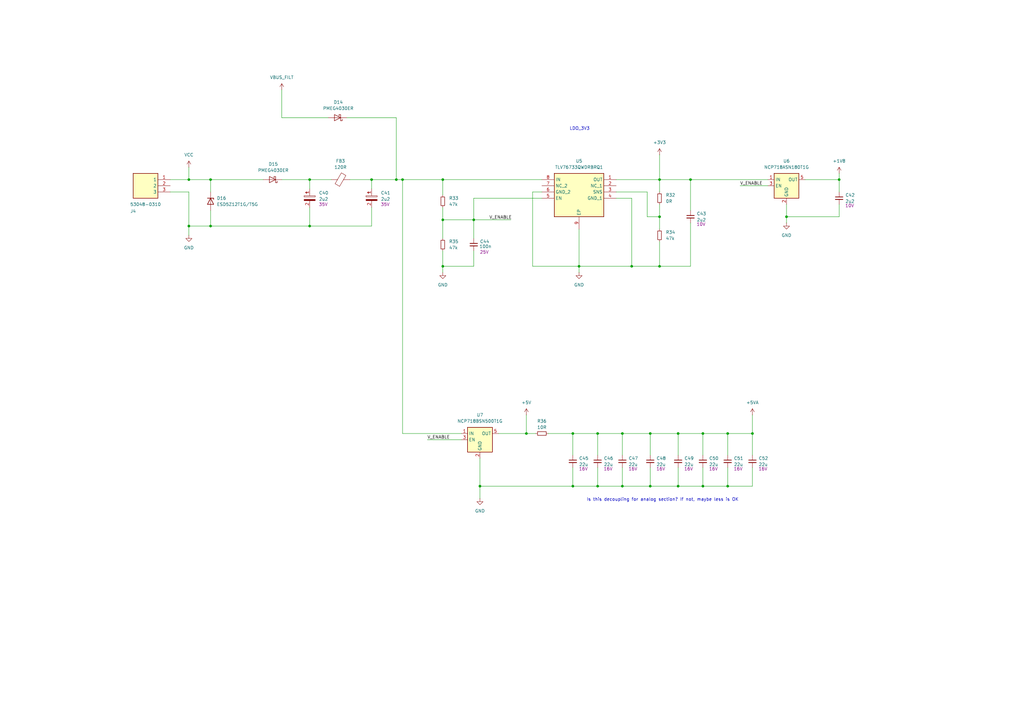
<source format=kicad_sch>
(kicad_sch (version 20231120) (generator "eeschema") (generator_version "8.0")
  (paper "A3")
  (lib_symbols
    (symbol "Chase_Capacitor:865250540001" (pin_names hide)
      (property "Reference" "C" (at 3.81 6.35 0))
      (property "Value" "865250540001" (at 3.81 3.81 0))
      (symbol "865250540001_0_1"
        (rectangle (start -2.286 0.508) (end 2.286 1.016))
        (polyline (pts (xy -1.778 2.286) (xy -0.762 2.286)))
        (polyline (pts (xy -1.27 2.794) (xy -1.27 1.778)))
        (rectangle (start 2.286 -0.508) (end -2.286 -1.016) (fill (type outline)))
      )
      (symbol "865250540001_1_1"
        (pin passive line (at 0 3.81 270) (length 2.794) (name "~") (number "1"))
        (pin passive line (at 0 -3.81 90) (length 2.794) (name "~") (number "2"))
      )
    )
    (symbol "Chase_Conn:53048-0310"
      (property "Reference" "J" (at 16.51 7.62 0))
      (property "Value" "53048-0310" (at 16.51 5.08 0))
      (symbol "53048-0310_1_1"
        (rectangle (start 5.08 2.54) (end 15.24 -7.62) (stroke (width 0.254)) (fill (type background)))
        (pin passive line (at 0 0 0) (length 5.08) (name "1") (number "1"))
        (pin passive line (at 0 -2.54 0) (length 5.08) (name "2") (number "2"))
        (pin passive line (at 0 -5.08 0) (length 5.08) (name "3") (number "3"))
      )
    )
    (symbol "Chase_LDO:TLV76733QWDRBRQ1"
      (property "Reference" "U" (at 26.67 7.62 0))
      (property "Value" "TLV76733QWDRBRQ1" (at 26.67 5.08 0))
      (symbol "TLV76733QWDRBRQ1_1_1"
        (rectangle (start 5.08 2.54) (end 25.4 -15.24) (stroke (width 0.254)) (fill (type background)))
        (pin passive line (at 0 0 0) (length 5.08) (name "OUT") (number "1"))
        (pin passive line (at 0 -2.54 0) (length 5.08) (name "NC_1") (number "2"))
        (pin passive line (at 0 -5.08 0) (length 5.08) (name "SNS") (number "3"))
        (pin passive line (at 0 -7.62 0) (length 5.08) (name "GND_1") (number "4"))
        (pin passive line (at 30.48 -7.62 180) (length 5.08) (name "EN") (number "5"))
        (pin passive line (at 30.48 -5.08 180) (length 5.08) (name "GND_2") (number "6"))
        (pin passive line (at 30.48 -2.54 180) (length 5.08) (name "NC_2") (number "7"))
        (pin passive line (at 30.48 0 180) (length 5.08) (name "IN") (number "8"))
        (pin passive line (at 15.24 -20.32 90) (length 5.08) (name "EP") (number "9"))
      )
    )
    (symbol "Device:C_Small" (pin_numbers hide) (pin_names (offset 0.254) hide)
      (property "Reference" "C" (at 0.254 1.778 0))
      (property "Value" "C_Small" (at 0.254 -2.032 0))
      (symbol "C_Small_0_1"
        (polyline (pts (xy -1.524 -0.508) (xy 1.524 -0.508)) (stroke (width 0.3302)))
        (polyline (pts (xy -1.524 0.508) (xy 1.524 0.508)) (stroke (width 0.3048)))
      )
      (symbol "C_Small_1_1"
        (pin passive line (at 0 2.54 270) (length 2.032) (name "~") (number "1"))
        (pin passive line (at 0 -2.54 90) (length 2.032) (name "~") (number "2"))
      )
    )
    (symbol "Device:FerriteBead" (pin_numbers hide) (pin_names (offset 0))
      (property "Reference" "FB" (at -3.81 0.635 90))
      (property "Value" "FerriteBead" (at 3.81 0 90))
      (symbol "FerriteBead_0_1"
        (polyline (pts (xy 0 -1.27) (xy 0 -1.2192)))
        (polyline (pts (xy 0 1.27) (xy 0 1.2954)))
        (polyline (pts (xy -2.7686 0.4064) (xy -1.7018 2.2606) (xy 2.7686 -0.3048) (xy 1.6764 -2.159) (xy -2.7686 0.4064)))
      )
      (symbol "FerriteBead_1_1"
        (pin passive line (at 0 3.81 270) (length 2.54) (name "~") (number "1"))
        (pin passive line (at 0 -3.81 90) (length 2.54) (name "~") (number "2"))
      )
    )
    (symbol "Device:R_Small" (pin_numbers hide) (pin_names (offset 0.254) hide)
      (property "Reference" "R" (at 0.762 0.508 0))
      (property "Value" "R_Small" (at 0.762 -1.016 0))
      (symbol "R_Small_0_1"
        (rectangle (start -0.762 1.778) (end 0.762 -1.778) (stroke (width 0.2032)))
      )
      (symbol "R_Small_1_1"
        (pin passive line (at 0 2.54 270) (length 0.762) (name "~") (number "1"))
        (pin passive line (at 0 -2.54 90) (length 0.762) (name "~") (number "2"))
      )
    )
    (symbol "Diode:ESD5Zxx" (pin_numbers hide) (pin_names hide)
      (property "Reference" "D" (at 0 2.54 0))
      (property "Value" "ESD5Zxx" (at 0 -2.54 0))
      (symbol "ESD5Zxx_0_1"
        (polyline (pts (xy 1.27 0) (xy -1.27 0)))
        (polyline (pts (xy -1.27 -1.27) (xy -1.27 1.27) (xy -0.762 1.27)) (stroke (width 0.254)))
        (polyline (pts (xy 1.27 -1.27) (xy 1.27 1.27) (xy -1.27 0) (xy 1.27 -1.27)) (stroke (width 0.254)))
      )
      (symbol "ESD5Zxx_1_1"
        (pin passive line (at -3.81 0 0) (length 2.54) (name "K") (number "1"))
        (pin passive line (at 3.81 0 180) (length 2.54) (name "A") (number "2"))
      )
    )
    (symbol "Diode:PMEG4030ER" (pin_numbers hide) (pin_names hide)
      (property "Reference" "D" (at 0 2.54 0))
      (property "Value" "PMEG4030ER" (at 0 -2.54 0))
      (symbol "PMEG4030ER_0_1"
        (polyline (pts (xy 1.27 0) (xy -1.27 0)))
        (polyline (pts (xy 1.27 1.27) (xy 1.27 -1.27) (xy -1.27 0) (xy 1.27 1.27)) (stroke (width 0.2032)))
        (polyline (pts (xy -1.905 0.635) (xy -1.905 1.27) (xy -1.27 1.27) (xy -1.27 -1.27) (xy -0.635 -1.27) (xy -0.635 -0.635)) (stroke (width 0.2032)))
      )
      (symbol "PMEG4030ER_1_1"
        (pin passive line (at -3.81 0 0) (length 2.54) (name "K") (number "1"))
        (pin passive line (at 3.81 0 180) (length 2.54) (name "A") (number "2"))
      )
    )
    (symbol "Regulator_Linear:NCP718xSN500"
      (property "Reference" "U" (at -3.81 6.35 0))
      (property "Value" "NCP718xSN500" (at 6.35 6.35 0))
      (symbol "NCP718xSN500_0_1"
        (rectangle (start -5.08 -5.08) (end 5.08 5.08) (stroke (width 0.254)) (fill (type background)))
        (pin power_in line (at -7.62 2.54 0) (length 2.54) (name "IN") (number "1"))
        (pin power_in line (at 0 -7.62 90) (length 2.54) (name "GND") (number "2"))
        (pin input line (at -7.62 0 0) (length 2.54) (name "EN") (number "3"))
        (pin no_connect line (at 5.08 0 180) (length 2.54) hide (name "NC") (number "4"))
        (pin power_out line (at 7.62 2.54 180) (length 2.54) (name "OUT") (number "5"))
      )
    )
    (symbol "power:+1V8" (power) (pin_numbers hide) (pin_names (offset 0) hide)
      (property "Value" "+1V8" (at 0 3.556 0))
      (symbol "+1V8_0_1"
        (polyline (pts (xy -0.762 1.27) (xy 0 2.54)))
        (polyline (pts (xy 0 0) (xy 0 2.54)))
        (polyline (pts (xy 0 2.54) (xy 0.762 1.27)))
      )
      (symbol "+1V8_1_1"
        (pin power_in line (at 0 0 90) (length 0) (name "~") (number "1"))
      )
    )
    (symbol "power:+3V3" (power) (pin_numbers hide) (pin_names (offset 0) hide)
      (property "Value" "+3V3" (at 0 3.556 0))
      (symbol "+3V3_0_1"
        (polyline (pts (xy -0.762 1.27) (xy 0 2.54)))
        (polyline (pts (xy 0 0) (xy 0 2.54)))
        (polyline (pts (xy 0 2.54) (xy 0.762 1.27)))
      )
      (symbol "+3V3_1_1"
        (pin power_in line (at 0 0 90) (length 0) (name "~") (number "1"))
      )
    )
    (symbol "power:+5V" (power) (pin_numbers hide) (pin_names (offset 0) hide)
      (property "Value" "+5V" (at 0 3.556 0))
      (symbol "+5V_0_1"
        (polyline (pts (xy -0.762 1.27) (xy 0 2.54)))
        (polyline (pts (xy 0 0) (xy 0 2.54)))
        (polyline (pts (xy 0 2.54) (xy 0.762 1.27)))
      )
      (symbol "+5V_1_1"
        (pin power_in line (at 0 0 90) (length 0) (name "~") (number "1"))
      )
    )
    (symbol "power:+5VA" (power) (pin_numbers hide) (pin_names (offset 0) hide)
      (property "Value" "+5VA" (at 0 3.556 0))
      (symbol "+5VA_0_1"
        (polyline (pts (xy -0.762 1.27) (xy 0 2.54)))
        (polyline (pts (xy 0 0) (xy 0 2.54)))
        (polyline (pts (xy 0 2.54) (xy 0.762 1.27)))
      )
      (symbol "+5VA_1_1"
        (pin power_in line (at 0 0 90) (length 0) (name "~") (number "1"))
      )
    )
    (symbol "power:GND" (power) (pin_numbers hide) (pin_names (offset 0) hide)
      (property "Value" "GND" (at 0 -3.81 0))
      (symbol "GND_0_1"
        (polyline (pts (xy 0 0) (xy 0 -1.27) (xy 1.27 -1.27) (xy 0 -2.54) (xy -1.27 -1.27) (xy 0 -1.27)))
      )
      (symbol "GND_1_1"
        (pin power_in line (at 0 0 270) (length 0) (name "~") (number "1"))
      )
    )
    (symbol "power:VBUS" (power) (pin_numbers hide) (pin_names (offset 0) hide)
      (property "Value" "VBUS" (at 0 3.556 0))
      (symbol "VBUS_0_1"
        (polyline (pts (xy -0.762 1.27) (xy 0 2.54)))
        (polyline (pts (xy 0 0) (xy 0 2.54)))
        (polyline (pts (xy 0 2.54) (xy 0.762 1.27)))
      )
      (symbol "VBUS_1_1"
        (pin power_in line (at 0 0 90) (length 0) (name "~") (number "1"))
      )
    )
    (symbol "power:VCC" (power) (pin_numbers hide) (pin_names (offset 0) hide)
      (property "Value" "VCC" (at 0 3.556 0))
      (symbol "VCC_0_1"
        (polyline (pts (xy -0.762 1.27) (xy 0 2.54)))
        (polyline (pts (xy 0 0) (xy 0 2.54)))
        (polyline (pts (xy 0 2.54) (xy 0.762 1.27)))
      )
      (symbol "VCC_1_1"
        (pin power_in line (at 0 0 90) (length 0) (name "~") (number "1"))
      )
    )
  )
  (junction (at 234.95 199.39))
  (junction (at 152.4 73.66))
  (junction (at 86.36 92.71))
  (junction (at 86.36 73.66))
  (junction (at 127 92.71))
  (junction (at 283.21 73.66))
  (junction (at 298.45 199.39))
  (junction (at 298.45 177.8))
  (junction (at 237.49 109.22))
  (junction (at 194.31 90.17))
  (junction (at 259.08 109.22))
  (junction (at 245.11 177.8))
  (junction (at 270.51 73.66))
  (junction (at 278.13 199.39))
  (junction (at 127 73.66))
  (junction (at 77.47 92.71))
  (junction (at 344.17 73.66))
  (junction (at 270.51 88.9))
  (junction (at 270.51 109.22))
  (junction (at 234.95 177.8))
  (junction (at 196.85 199.39))
  (junction (at 245.11 199.39))
  (junction (at 162.56 73.66))
  (junction (at 322.58 88.9))
  (junction (at 181.61 109.22))
  (junction (at 215.9 177.8))
  (junction (at 288.29 199.39))
  (junction (at 77.47 73.66))
  (junction (at 308.61 177.8))
  (junction (at 255.27 199.39))
  (junction (at 165.1 73.66))
  (junction (at 288.29 177.8))
  (junction (at 181.61 73.66))
  (junction (at 266.7 199.39))
  (junction (at 181.61 90.17))
  (junction (at 266.7 177.8))
  (junction (at 278.13 177.8))
  (junction (at 255.27 177.8))
  (wire (pts (xy 278.13 191.77) (xy 278.13 199.39)))
  (wire (pts (xy 270.51 88.9) (xy 270.51 93.98)))
  (wire (pts (xy 69.85 73.66) (xy 77.47 73.66)))
  (wire (pts (xy 181.61 73.66) (xy 222.25 73.66)))
  (wire (pts (xy 308.61 191.77) (xy 308.61 199.39)))
  (wire (pts (xy 189.23 177.8) (xy 165.1 177.8)))
  (wire (pts (xy 266.7 199.39) (xy 255.27 199.39)))
  (wire (pts (xy 181.61 102.87) (xy 181.61 109.22)))
  (wire (pts (xy 283.21 73.66) (xy 270.51 73.66)))
  (wire (pts (xy 86.36 92.71) (xy 77.47 92.71)))
  (wire (pts (xy 298.45 199.39) (xy 308.61 199.39)))
  (wire (pts (xy 270.51 63.5) (xy 270.51 73.66)))
  (wire (pts (xy 288.29 191.77) (xy 288.29 199.39)))
  (wire (pts (xy 298.45 186.69) (xy 298.45 177.8)))
  (wire (pts (xy 196.85 187.96) (xy 196.85 199.39)))
  (wire (pts (xy 127 85.09) (xy 127 92.71)))
  (wire (pts (xy 308.61 186.69) (xy 308.61 177.8)))
  (wire (pts (xy 86.36 73.66) (xy 107.95 73.66)))
  (wire (pts (xy 266.7 177.8) (xy 255.27 177.8)))
  (wire (pts (xy 194.31 81.28) (xy 194.31 90.17)))
  (wire (pts (xy 266.7 199.39) (xy 278.13 199.39)))
  (wire (pts (xy 270.51 109.22) (xy 259.08 109.22)))
  (wire (pts (xy 142.24 48.26) (xy 162.56 48.26)))
  (wire (pts (xy 234.95 191.77) (xy 234.95 199.39)))
  (wire (pts (xy 115.57 73.66) (xy 127 73.66)))
  (wire (pts (xy 259.08 109.22) (xy 237.49 109.22)))
  (wire (pts (xy 218.44 78.74) (xy 218.44 109.22)))
  (wire (pts (xy 181.61 90.17) (xy 181.61 97.79)))
  (wire (pts (xy 219.71 177.8) (xy 215.9 177.8)))
  (wire (pts (xy 194.31 109.22) (xy 181.61 109.22)))
  (wire (pts (xy 194.31 90.17) (xy 194.31 97.79)))
  (wire (pts (xy 255.27 199.39) (xy 245.11 199.39)))
  (wire (pts (xy 162.56 48.26) (xy 162.56 73.66)))
  (wire (pts (xy 127 73.66) (xy 127 77.47)))
  (wire (pts (xy 115.57 48.26) (xy 134.62 48.26)))
  (wire (pts (xy 165.1 177.8) (xy 165.1 73.66)))
  (wire (pts (xy 127 73.66) (xy 135.89 73.66)))
  (wire (pts (xy 265.43 88.9) (xy 270.51 88.9)))
  (wire (pts (xy 270.51 73.66) (xy 270.51 78.74)))
  (wire (pts (xy 77.47 73.66) (xy 77.47 68.58)))
  (wire (pts (xy 303.53 76.2) (xy 314.96 76.2)))
  (wire (pts (xy 77.47 78.74) (xy 77.47 92.71)))
  (wire (pts (xy 255.27 191.77) (xy 255.27 199.39)))
  (wire (pts (xy 237.49 109.22) (xy 237.49 111.76)))
  (wire (pts (xy 152.4 85.09) (xy 152.4 92.71)))
  (wire (pts (xy 152.4 92.71) (xy 127 92.71)))
  (wire (pts (xy 322.58 88.9) (xy 322.58 91.44)))
  (wire (pts (xy 322.58 83.82) (xy 322.58 88.9)))
  (wire (pts (xy 283.21 109.22) (xy 270.51 109.22)))
  (wire (pts (xy 288.29 177.8) (xy 278.13 177.8)))
  (wire (pts (xy 77.47 92.71) (xy 77.47 96.52)))
  (wire (pts (xy 181.61 85.09) (xy 181.61 90.17)))
  (wire (pts (xy 252.73 73.66) (xy 270.51 73.66)))
  (wire (pts (xy 237.49 93.98) (xy 237.49 109.22)))
  (wire (pts (xy 344.17 73.66) (xy 344.17 78.74)))
  (wire (pts (xy 215.9 170.18) (xy 215.9 177.8)))
  (wire (pts (xy 283.21 91.44) (xy 283.21 109.22)))
  (wire (pts (xy 265.43 78.74) (xy 265.43 88.9)))
  (wire (pts (xy 344.17 88.9) (xy 322.58 88.9)))
  (wire (pts (xy 330.2 73.66) (xy 344.17 73.66)))
  (wire (pts (xy 152.4 73.66) (xy 152.4 77.47)))
  (wire (pts (xy 181.61 73.66) (xy 181.61 80.01)))
  (wire (pts (xy 143.51 73.66) (xy 152.4 73.66)))
  (wire (pts (xy 86.36 78.74) (xy 86.36 73.66)))
  (wire (pts (xy 165.1 73.66) (xy 181.61 73.66)))
  (wire (pts (xy 270.51 99.06) (xy 270.51 109.22)))
  (wire (pts (xy 224.79 177.8) (xy 234.95 177.8)))
  (wire (pts (xy 181.61 109.22) (xy 181.61 111.76)))
  (wire (pts (xy 308.61 170.18) (xy 308.61 177.8)))
  (wire (pts (xy 252.73 78.74) (xy 265.43 78.74)))
  (wire (pts (xy 245.11 186.69) (xy 245.11 177.8)))
  (wire (pts (xy 115.57 36.83) (xy 115.57 48.26)))
  (wire (pts (xy 245.11 191.77) (xy 245.11 199.39)))
  (wire (pts (xy 266.7 191.77) (xy 266.7 199.39)))
  (wire (pts (xy 298.45 177.8) (xy 288.29 177.8)))
  (wire (pts (xy 77.47 73.66) (xy 86.36 73.66)))
  (wire (pts (xy 266.7 186.69) (xy 266.7 177.8)))
  (wire (pts (xy 162.56 73.66) (xy 165.1 73.66)))
  (wire (pts (xy 127 92.71) (xy 86.36 92.71)))
  (wire (pts (xy 194.31 90.17) (xy 209.55 90.17)))
  (wire (pts (xy 152.4 73.66) (xy 162.56 73.66)))
  (wire (pts (xy 344.17 83.82) (xy 344.17 88.9)))
  (wire (pts (xy 234.95 199.39) (xy 196.85 199.39)))
  (wire (pts (xy 175.26 180.34) (xy 189.23 180.34)))
  (wire (pts (xy 344.17 73.66) (xy 344.17 71.12)))
  (wire (pts (xy 288.29 186.69) (xy 288.29 177.8)))
  (wire (pts (xy 270.51 83.82) (xy 270.51 88.9)))
  (wire (pts (xy 308.61 177.8) (xy 298.45 177.8)))
  (wire (pts (xy 234.95 177.8) (xy 234.95 186.69)))
  (wire (pts (xy 194.31 102.87) (xy 194.31 109.22)))
  (wire (pts (xy 255.27 186.69) (xy 255.27 177.8)))
  (wire (pts (xy 218.44 109.22) (xy 237.49 109.22)))
  (wire (pts (xy 278.13 186.69) (xy 278.13 177.8)))
  (wire (pts (xy 86.36 86.36) (xy 86.36 92.71)))
  (wire (pts (xy 283.21 73.66) (xy 314.96 73.66)))
  (wire (pts (xy 255.27 177.8) (xy 245.11 177.8)))
  (wire (pts (xy 245.11 199.39) (xy 234.95 199.39)))
  (wire (pts (xy 196.85 199.39) (xy 196.85 204.47)))
  (wire (pts (xy 283.21 86.36) (xy 283.21 73.66)))
  (wire (pts (xy 259.08 81.28) (xy 259.08 109.22)))
  (wire (pts (xy 204.47 177.8) (xy 215.9 177.8)))
  (wire (pts (xy 298.45 191.77) (xy 298.45 199.39)))
  (wire (pts (xy 69.85 78.74) (xy 77.47 78.74)))
  (wire (pts (xy 245.11 177.8) (xy 234.95 177.8)))
  (wire (pts (xy 194.31 90.17) (xy 181.61 90.17)))
  (wire (pts (xy 222.25 78.74) (xy 218.44 78.74)))
  (wire (pts (xy 278.13 177.8) (xy 266.7 177.8)))
  (wire (pts (xy 222.25 81.28) (xy 194.31 81.28)))
  (wire (pts (xy 278.13 199.39) (xy 288.29 199.39)))
  (wire (pts (xy 288.29 199.39) (xy 298.45 199.39)))
  (wire (pts (xy 252.73 81.28) (xy 259.08 81.28)))
  (text "LDO_3V3" (at 237.744 52.832 0) (effects (font (size 1.27 1.27))))
  (text "Is this decoupling for analog section? If not, maybe less is OK\n" (at 271.78 204.978 0) (effects (font (size 1.27 1.27))))
  (label "V_ENABLE" (at 303.53 76.2 0))
  (label "V_ENABLE" (at 200.66 90.17 0))
  (label "V_ENABLE" (at 175.26 180.34 0))
  (symbol (lib_id "Device:C_Small") (at 298.45 189.23 0) (unit 1)
    (property "Reference" "C51" (at 300.99 187.9662 0) (effects (justify left)))
    (property "Value" "22u" (at 300.99 190.5062 0) (effects (justify left)))
    (property "Footprint" "Capacitor_SMD:C_1210_3225Metric" (effects (hide yes)))
    (property "Description" "Unpolarized capacitor, small symbol" (effects (hide yes)))
    (property "Voltage" "16V" (at 302.768 192.278 0))
    (property "MF" "Samsung Electro-Mechanics " (effects (hide yes)))
    (property "MPN" "CL32B226MOJNNNE " (effects (hide yes)))
    (property "OC_MOUSER" "187-CL32B226MOJNNNE" (effects (hide yes)))
  )
  (symbol (lib_id "Device:C_Small") (at 266.7 189.23 0) (unit 1)
    (property "Reference" "C48" (at 269.24 187.9662 0) (effects (justify left)))
    (property "Value" "22u" (at 269.24 190.5062 0) (effects (justify left)))
    (property "Footprint" "Capacitor_SMD:C_1210_3225Metric" (effects (hide yes)))
    (property "Description" "Unpolarized capacitor, small symbol" (effects (hide yes)))
    (property "Voltage" "16V" (at 271.018 192.278 0))
    (property "MF" "Samsung Electro-Mechanics " (effects (hide yes)))
    (property "MPN" "CL32B226MOJNNNE " (effects (hide yes)))
    (property "OC_MOUSER" "187-CL32B226MOJNNNE" (effects (hide yes)))
  )
  (symbol (lib_id "Device:C_Small") (at 194.31 100.33 0) (unit 1)
    (property "Reference" "C44" (at 196.85 99.0662 0) (effects (justify left)))
    (property "Value" "100n" (at 196.596 101.092 0) (effects (justify left)))
    (property "Footprint" "Capacitor_SMD:C_0402_1005Metric" (effects (hide yes)))
    (property "Description" "Unpolarized capacitor, small symbol" (effects (hide yes)))
    (property "MPN" "MBAST105SB7104KFNA01" (effects (hide yes)))
    (property "MF" "TAIYO YUDEN " (effects (hide yes)))
    (property "OC_MOUSER" "963-BAST105SB7104KF" (effects (hide yes)))
    (property "Voltage" "25V" (at 198.628 103.378 0))
  )
  (symbol (lib_id "Chase_Capacitor:865250540001") (at 127 81.28 0) (unit 1)
    (property "Reference" "C40" (at 130.81 79.1209 0) (effects (justify left)))
    (property "Value" "2u2" (at 130.81 81.6609 0) (effects (justify left)))
    (property "Footprint" "Chase_Capacitor:CAPAE430X550N" (effects (hide yes)))
    (property "Datasheet" "https://componentsearchengine.com/Datasheets/2/865250540001.pdf" (effects (hide yes)))
    (property "Description" "Wurth Elektronik 2.2uF 35 V dc Aluminium Electrolytic Capacitor, WCAP-ASNP Series 2000h 5.5 (Dia.) x 3.85mm" (effects (hide yes)))
    (property "Height" "5.5" (effects (hide yes)))
    (property "Mouser Part Number" "710-865250540001" (effects (hide yes)))
    (property "Mouser Price/Stock" "https://www.mouser.co.uk/ProductDetail/Wurth-Elektronik/865250540001?qs=0KOYDY2FL28%2FudTYhFk9zw%3D%3D" (effects (hide yes)))
    (property "Manufacturer_Name" "Wurth Elektronik" (effects (hide yes)))
    (property "Manufacturer_Part_Number" "865250540001" (effects (hide yes)))
    (property "Voltage" "35V" (at 132.588 83.82 0))
  )
  (symbol (lib_id "Device:R_Small") (at 270.51 96.52 0) (unit 1)
    (property "Reference" "R34" (at 273.05 95.2499 0) (effects (justify left)))
    (property "Value" "47k" (at 273.05 97.7899 0) (effects (justify left)))
    (property "Footprint" "Resistor_SMD:R_0402_1005Metric_Pad0.72x0.64mm_HandSolder" (effects (hide yes)))
    (property "Description" "Resistor, small symbol" (effects (hide yes)))
  )
  (symbol (lib_id "power:VBUS") (at 115.57 36.83 0) (unit 1)
    (property "Reference" "#PWR059" (effects (hide yes)))
    (property "Value" "VBUS_FILT" (at 115.57 31.75 0))
    (property "Description" "Power symbol creates a global label with name \"VBUS\"" (effects (hide yes)))
  )
  (symbol (lib_id "Device:R_Small") (at 222.25 177.8 90) (unit 1)
    (property "Reference" "R36" (at 222.25 172.72 90))
    (property "Value" "10R" (at 222.25 175.26 90))
    (property "Footprint" "Resistor_SMD:R_0805_2012Metric_Pad1.20x1.40mm_HandSolder" (effects (hide yes)))
    (property "Description" "Resistor, small symbol" (effects (hide yes)))
  )
  (symbol (lib_id "Device:FerriteBead") (at 139.7 73.66 90) (unit 1)
    (property "Reference" "FB3" (at 139.6492 66.04 90))
    (property "Value" "120R" (at 139.6492 68.58 90))
    (property "Footprint" "Inductor_SMD:L_0603_1608Metric" (effects (hide yes)))
    (property "Description" "Ferrite bead" (effects (hide yes)))
    (property "MF" "Murata Electronics " (effects (hide yes)))
    (property "MPN" "BLM18KG121TN1D " (effects (hide yes)))
    (property "OC_MOUSER" "81-BLM18KG121TN1D" (effects (hide yes)))
  )
  (symbol (lib_id "Diode:PMEG4030ER") (at 111.76 73.66 180) (unit 1)
    (property "Reference" "D15" (at 112.0775 67.31 0))
    (property "Value" "PMEG4030ER" (at 112.0775 69.85 0))
    (property "Footprint" "Diode_SMD:Nexperia_CFP3_SOD-123W" (effects (hide yes)))
    (property "Datasheet" "https://assets.nexperia.com/documents/data-sheet/PMEG4030ER.pdf" (effects (hide yes)))
    (property "Description" "40V, 3A low Vf MEGA Schottky barrier rectifier, SOD-123W" (effects (hide yes)))
  )
  (symbol (lib_id "Device:R_Small") (at 270.51 81.28 0) (unit 1)
    (property "Reference" "R32" (at 273.05 80.0099 0) (effects (justify left)))
    (property "Value" "0R" (at 273.05 82.5499 0) (effects (justify left)))
    (property "Footprint" "Resistor_SMD:R_0402_1005Metric_Pad0.72x0.64mm_HandSolder" (effects (hide yes)))
    (property "Description" "Resistor, small symbol" (effects (hide yes)))
  )
  (symbol (lib_id "Device:C_Small") (at 255.27 189.23 0) (unit 1)
    (property "Reference" "C47" (at 257.81 187.9662 0) (effects (justify left)))
    (property "Value" "22u" (at 257.81 190.5062 0) (effects (justify left)))
    (property "Footprint" "Capacitor_SMD:C_1210_3225Metric" (effects (hide yes)))
    (property "Description" "Unpolarized capacitor, small symbol" (effects (hide yes)))
    (property "Voltage" "16V" (at 259.588 192.278 0))
    (property "MF" "Samsung Electro-Mechanics " (effects (hide yes)))
    (property "MPN" "CL32B226MOJNNNE " (effects (hide yes)))
    (property "OC_MOUSER" "187-CL32B226MOJNNNE" (effects (hide yes)))
  )
  (symbol (lib_id "power:GND") (at 237.49 111.76 0) (unit 1)
    (property "Reference" "#PWR066" (effects (hide yes)))
    (property "Value" "GND" (at 237.49 116.84 0))
    (property "Description" "Power symbol creates a global label with name \"GND\" , ground" (effects (hide yes)))
  )
  (symbol (lib_id "Regulator_Linear:NCP718xSN500") (at 322.58 76.2 0) (unit 1)
    (property "Reference" "U6" (at 322.58 66.04 0))
    (property "Value" "NCP718ASN180T1G" (at 322.58 68.58 0))
    (property "Footprint" "Package_TO_SOT_SMD:SOT-23-5" (effects (hide yes)))
    (property "Datasheet" "https://www.onsemi.com/pub/Collateral/NCP718-D.PDF" (effects (hide yes)))
    (property "Description" "300-mA, Wide Input Voltage, Low-IQ LDO, 5.0V, SOT-23" (effects (hide yes)))
  )
  (symbol (lib_id "Device:C_Small") (at 234.95 189.23 0) (unit 1)
    (property "Reference" "C45" (at 237.49 187.9662 0) (effects (justify left)))
    (property "Value" "22u" (at 237.49 190.5062 0) (effects (justify left)))
    (property "Footprint" "Capacitor_SMD:C_1210_3225Metric" (effects (hide yes)))
    (property "Description" "Unpolarized capacitor, small symbol" (effects (hide yes)))
    (property "Voltage" "16V" (at 239.268 192.278 0))
    (property "MF" "Samsung Electro-Mechanics " (effects (hide yes)))
    (property "MPN" "CL32B226MOJNNNE " (effects (hide yes)))
    (property "OC_MOUSER" "187-CL32B226MOJNNNE" (effects (hide yes)))
  )
  (symbol (lib_id "Device:R_Small") (at 181.61 82.55 0) (unit 1)
    (property "Reference" "R33" (at 184.15 81.2799 0) (effects (justify left)))
    (property "Value" "47k" (at 184.15 83.8199 0) (effects (justify left)))
    (property "Footprint" "Resistor_SMD:R_0402_1005Metric_Pad0.72x0.64mm_HandSolder" (effects (hide yes)))
    (property "Description" "Resistor, small symbol" (effects (hide yes)))
  )
  (symbol (lib_id "Chase_Capacitor:865250540001") (at 152.4 81.28 0) (unit 1)
    (property "Reference" "C41" (at 156.21 79.1209 0) (effects (justify left)))
    (property "Value" "2u2" (at 156.21 81.6609 0) (effects (justify left)))
    (property "Footprint" "Chase_Capacitor:CAPAE430X550N" (effects (hide yes)))
    (property "Datasheet" "https://componentsearchengine.com/Datasheets/2/865250540001.pdf" (effects (hide yes)))
    (property "Description" "Wurth Elektronik 2.2uF 35 V dc Aluminium Electrolytic Capacitor, WCAP-ASNP Series 2000h 5.5 (Dia.) x 3.85mm" (effects (hide yes)))
    (property "Height" "5.5" (effects (hide yes)))
    (property "Mouser Part Number" "710-865250540001" (effects (hide yes)))
    (property "Mouser Price/Stock" "https://www.mouser.co.uk/ProductDetail/Wurth-Elektronik/865250540001?qs=0KOYDY2FL28%2FudTYhFk9zw%3D%3D" (effects (hide yes)))
    (property "Manufacturer_Name" "Wurth Elektronik" (effects (hide yes)))
    (property "Manufacturer_Part_Number" "865250540001" (effects (hide yes)))
    (property "Voltage" "35V" (at 157.988 83.82 0))
  )
  (symbol (lib_id "Device:C_Small") (at 288.29 189.23 0) (unit 1)
    (property "Reference" "C50" (at 290.83 187.9662 0) (effects (justify left)))
    (property "Value" "22u" (at 290.83 190.5062 0) (effects (justify left)))
    (property "Footprint" "Capacitor_SMD:C_1210_3225Metric" (effects (hide yes)))
    (property "Description" "Unpolarized capacitor, small symbol" (effects (hide yes)))
    (property "Voltage" "16V" (at 292.608 192.278 0))
    (property "MF" "Samsung Electro-Mechanics " (effects (hide yes)))
    (property "MPN" "CL32B226MOJNNNE " (effects (hide yes)))
    (property "OC_MOUSER" "187-CL32B226MOJNNNE" (effects (hide yes)))
  )
  (symbol (lib_id "Chase_Conn:53048-0310") (at 69.85 73.66 0) (mirror y) (unit 1)
    (property "Reference" "J4" (at 54.61 86.614 0))
    (property "Value" "53048-0310" (at 59.69 83.82 0))
    (property "Datasheet" "https://www.molex.com/pdm_docs/sd/530481010_sd.pdf" (effects (hide yes)))
    (property "Description" "Headers & Wire Housings RIGHT ANGLE HDR 3P" (effects (hide yes)))
    (property "Height" "3.5" (effects (hide yes)))
    (property "Mouser Part Number" "538-53048-0310" (effects (hide yes)))
    (property "Mouser Price/Stock" "https://www.mouser.co.uk/ProductDetail/Molex/53048-0310?qs=zXrbR4Jv0OfUlEeVnlaifA%3D%3D" (effects (hide yes)))
    (property "Manufacturer_Name" "Molex" (effects (hide yes)))
    (property "Manufacturer_Part_Number" "53048-0310" (effects (hide yes)))
  )
  (symbol (lib_id "Device:R_Small") (at 181.61 100.33 0) (unit 1)
    (property "Reference" "R35" (at 184.15 99.0599 0) (effects (justify left)))
    (property "Value" "47k" (at 184.15 101.5999 0) (effects (justify left)))
    (property "Footprint" "Resistor_SMD:R_0402_1005Metric_Pad0.72x0.64mm_HandSolder" (effects (hide yes)))
    (property "Description" "Resistor, small symbol" (effects (hide yes)))
  )
  (symbol (lib_id "power:+5VA") (at 308.61 170.18 0) (unit 1)
    (property "Reference" "#PWR068" (effects (hide yes)))
    (property "Value" "+5VA" (at 308.61 165.1 0))
    (property "Description" "Power symbol creates a global label with name \"+5VA\"" (effects (hide yes)))
  )
  (symbol (lib_id "power:GND") (at 322.58 91.44 0) (unit 1)
    (property "Reference" "#PWR063" (effects (hide yes)))
    (property "Value" "GND" (at 322.58 96.52 0))
    (property "Description" "Power symbol creates a global label with name \"GND\" , ground" (effects (hide yes)))
  )
  (symbol (lib_id "power:VCC") (at 77.47 68.58 0) (unit 1)
    (property "Reference" "#PWR061" (effects (hide yes)))
    (property "Value" "VCC" (at 77.47 63.5 0))
    (property "Description" "Power symbol creates a global label with name \"VCC\"" (effects (hide yes)))
  )
  (symbol (lib_id "power:GND") (at 77.47 96.52 0) (unit 1)
    (property "Reference" "#PWR064" (effects (hide yes)))
    (property "Value" "GND" (at 77.47 101.6 0))
    (property "Description" "Power symbol creates a global label with name \"GND\" , ground" (effects (hide yes)))
  )
  (symbol (lib_id "Device:C_Small") (at 283.21 88.9 0) (unit 1)
    (property "Reference" "C43" (at 285.75 87.6362 0) (effects (justify left)))
    (property "Value" "2u2" (at 285.75 90.1762 0) (effects (justify left)))
    (property "Footprint" "Capacitor_SMD:C_0402_1005Metric" (effects (hide yes)))
    (property "Description" "Unpolarized capacitor, small symbol" (effects (hide yes)))
    (property "MPN" "GRM155Z71A225KE01D " (effects (hide yes)))
    (property "MF" "Murata Electronics " (effects (hide yes)))
    (property "OC_MOUSER" "81-GRM155Z71A225KE1D" (effects (hide yes)))
    (property "Voltage" "10V" (at 287.528 91.948 0))
  )
  (symbol (lib_id "Chase_LDO:TLV76733QWDRBRQ1") (at 252.73 73.66 0) (mirror y) (unit 1)
    (property "Reference" "U5" (at 237.49 66.04 0))
    (property "Value" "TLV76733QWDRBRQ1" (at 237.49 68.58 0))
    (property "Datasheet" "https://www.ti.com/lit/ds/symlink/tlv767-q1.pdf?ts=1623233650807&ref_url=https%253A%252F%252Fwww.ti.com%252Fstore%252Fti%252Fen%252Fp%252Fproduct%252F%253Fp%253DTLV76780QWDRBRQ1" (effects (hide yes)))
    (property "Description" "LDO Voltage Regulators Automotive adjustable- and fixed-output, 1-A, 16-V, positive-voltage low-dropout linear regulator 8-SON -40 to 150" (effects (hide yes)))
    (property "Height" "1" (effects (hide yes)))
    (property "Mouser Part Number" "595-TLV76733QWDRBRQ1" (effects (hide yes)))
    (property "Mouser Price/Stock" "https://www.mouser.co.uk/ProductDetail/Texas-Instruments/TLV76733QWDRBRQ1?qs=eP2BKZSCXI5iL%252B1dqMuFDw%3D%3D" (effects (hide yes)))
    (property "Manufacturer_Name" "Texas Instruments" (effects (hide yes)))
    (property "Manufacturer_Part_Number" "TLV76733QWDRBRQ1" (effects (hide yes)))
  )
  (symbol (lib_id "power:GND") (at 181.61 111.76 0) (unit 1)
    (property "Reference" "#PWR065" (effects (hide yes)))
    (property "Value" "GND" (at 181.61 116.84 0))
    (property "Description" "Power symbol creates a global label with name \"GND\" , ground" (effects (hide yes)))
  )
  (symbol (lib_id "power:+5V") (at 215.9 170.18 0) (unit 1)
    (property "Reference" "#PWR067" (effects (hide yes)))
    (property "Value" "+5V" (at 215.9 165.1 0))
    (property "Description" "Power symbol creates a global label with name \"+5V\"" (effects (hide yes)))
  )
  (symbol (lib_id "Device:C_Small") (at 245.11 189.23 0) (unit 1)
    (property "Reference" "C46" (at 247.65 187.9662 0) (effects (justify left)))
    (property "Value" "22u" (at 247.65 190.5062 0) (effects (justify left)))
    (property "Footprint" "Capacitor_SMD:C_1210_3225Metric" (effects (hide yes)))
    (property "Description" "Unpolarized capacitor, small symbol" (effects (hide yes)))
    (property "Voltage" "16V" (at 249.428 192.278 0))
    (property "MF" "Samsung Electro-Mechanics " (effects (hide yes)))
    (property "MPN" "CL32B226MOJNNNE " (effects (hide yes)))
    (property "OC_MOUSER" "187-CL32B226MOJNNNE" (effects (hide yes)))
  )
  (symbol (lib_id "Device:C_Small") (at 278.13 189.23 0) (unit 1)
    (property "Reference" "C49" (at 280.67 187.9662 0) (effects (justify left)))
    (property "Value" "22u" (at 280.67 190.5062 0) (effects (justify left)))
    (property "Footprint" "Capacitor_SMD:C_1210_3225Metric" (effects (hide yes)))
    (property "Description" "Unpolarized capacitor, small symbol" (effects (hide yes)))
    (property "Voltage" "16V" (at 282.448 192.278 0))
    (property "MF" "Samsung Electro-Mechanics " (effects (hide yes)))
    (property "MPN" "CL32B226MOJNNNE " (effects (hide yes)))
    (property "OC_MOUSER" "187-CL32B226MOJNNNE" (effects (hide yes)))
  )
  (symbol (lib_id "Diode:ESD5Zxx") (at 86.36 82.55 270) (unit 1)
    (property "Reference" "D16" (at 88.9 81.2799 90) (effects (justify left)))
    (property "Value" "ESD5Z12T1G/T5G" (at 88.9 83.8199 90) (effects (justify left)))
    (property "Footprint" "Diode_SMD:D_SOD-523" (effects (hide yes)))
    (property "Datasheet" "https://www.onsemi.com/pdf/datasheet/esd5z2.5t1-d.pdf" (effects (hide yes)))
    (property "Description" "ESD Protection Diode, SOD-523" (effects (hide yes)))
  )
  (symbol (lib_id "Device:C_Small") (at 344.17 81.28 0) (unit 1)
    (property "Reference" "C42" (at 346.71 80.0162 0) (effects (justify left)))
    (property "Value" "2u2" (at 346.71 82.5562 0) (effects (justify left)))
    (property "Footprint" "Capacitor_SMD:C_0402_1005Metric" (effects (hide yes)))
    (property "Description" "Unpolarized capacitor, small symbol" (effects (hide yes)))
    (property "MPN" "GRM155Z71A225KE01D " (effects (hide yes)))
    (property "MF" "Murata Electronics " (effects (hide yes)))
    (property "OC_MOUSER" "81-GRM155Z71A225KE1D" (effects (hide yes)))
    (property "Voltage" "10V" (at 348.488 84.328 0))
  )
  (symbol (lib_id "power:+3V3") (at 270.51 63.5 0) (unit 1)
    (property "Reference" "#PWR060" (effects (hide yes)))
    (property "Value" "+3V3" (at 270.51 58.42 0))
    (property "Description" "Power symbol creates a global label with name \"+3V3\"" (effects (hide yes)))
  )
  (symbol (lib_id "Regulator_Linear:NCP718xSN500") (at 196.85 180.34 0) (unit 1)
    (property "Reference" "U7" (at 196.85 170.18 0))
    (property "Value" "NCP718BSN500T1G" (at 196.85 172.72 0))
    (property "Footprint" "Package_TO_SOT_SMD:SOT-23-5" (effects (hide yes)))
    (property "Datasheet" "https://www.onsemi.com/pub/Collateral/NCP718-D.PDF" (effects (hide yes)))
    (property "Description" "300-mA, Wide Input Voltage, Low-IQ LDO, 5.0V, SOT-23" (effects (hide yes)))
  )
  (symbol (lib_id "power:+1V8") (at 344.17 71.12 0) (unit 1)
    (property "Reference" "#PWR062" (effects (hide yes)))
    (property "Value" "+1V8" (at 344.17 66.04 0))
    (property "Description" "Power symbol creates a global label with name \"+1V8\"" (effects (hide yes)))
  )
  (symbol (lib_id "Device:C_Small") (at 308.61 189.23 0) (unit 1)
    (property "Reference" "C52" (at 311.15 187.9662 0) (effects (justify left)))
    (property "Value" "22u" (at 311.15 190.5062 0) (effects (justify left)))
    (property "Footprint" "Capacitor_SMD:C_1210_3225Metric" (effects (hide yes)))
    (property "Description" "Unpolarized capacitor, small symbol" (effects (hide yes)))
    (property "Voltage" "16V" (at 312.928 192.278 0))
    (property "MF" "Samsung Electro-Mechanics " (effects (hide yes)))
    (property "MPN" "CL32B226MOJNNNE " (effects (hide yes)))
    (property "OC_MOUSER" "187-CL32B226MOJNNNE" (effects (hide yes)))
  )
  (symbol (lib_id "Diode:PMEG4030ER") (at 138.43 48.26 180) (unit 1)
    (property "Reference" "D14" (at 138.7475 41.91 0))
    (property "Value" "PMEG4030ER" (at 138.7475 44.45 0))
    (property "Footprint" "Diode_SMD:Nexperia_CFP3_SOD-123W" (effects (hide yes)))
    (property "Datasheet" "https://assets.nexperia.com/documents/data-sheet/PMEG4030ER.pdf" (effects (hide yes)))
    (property "Description" "40V, 3A low Vf MEGA Schottky barrier rectifier, SOD-123W" (effects (hide yes)))
  )
  (symbol (lib_id "power:GND") (at 196.85 204.47 0) (unit 1)
    (property "Reference" "#PWR069" (effects (hide yes)))
    (property "Value" "GND" (at 196.85 209.55 0))
    (property "Description" "Power symbol creates a global label with name \"GND\" , ground" (effects (hide yes)))
  )
)
</source>
